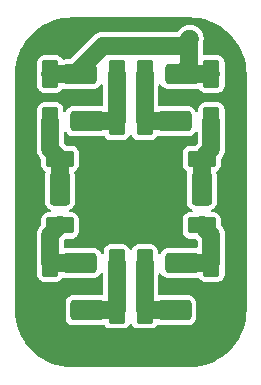
<source format=gtl>
%TF.GenerationSoftware,KiCad,Pcbnew,8.0.5*%
%TF.CreationDate,2024-10-02T17:58:00+08:00*%
%TF.ProjectId,LED_SMT_5730_5S2P_5W,4c45445f-534d-4545-9f35-3733305f3553,rev?*%
%TF.SameCoordinates,Original*%
%TF.FileFunction,Copper,L1,Top*%
%TF.FilePolarity,Positive*%
%FSLAX46Y46*%
G04 Gerber Fmt 4.6, Leading zero omitted, Abs format (unit mm)*
G04 Created by KiCad (PCBNEW 8.0.5) date 2024-10-02 17:58:00*
%MOMM*%
%LPD*%
G01*
G04 APERTURE LIST*
G04 Aperture macros list*
%AMRoundRect*
0 Rectangle with rounded corners*
0 $1 Rounding radius*
0 $2 $3 $4 $5 $6 $7 $8 $9 X,Y pos of 4 corners*
0 Add a 4 corners polygon primitive as box body*
4,1,4,$2,$3,$4,$5,$6,$7,$8,$9,$2,$3,0*
0 Add four circle primitives for the rounded corners*
1,1,$1+$1,$2,$3*
1,1,$1+$1,$4,$5*
1,1,$1+$1,$6,$7*
1,1,$1+$1,$8,$9*
0 Add four rect primitives between the rounded corners*
20,1,$1+$1,$2,$3,$4,$5,0*
20,1,$1+$1,$4,$5,$6,$7,0*
20,1,$1+$1,$6,$7,$8,$9,0*
20,1,$1+$1,$8,$9,$2,$3,0*%
G04 Aperture macros list end*
%TA.AperFunction,SMDPad,CuDef*%
%ADD10RoundRect,0.250000X0.450000X-0.950000X0.450000X0.950000X-0.450000X0.950000X-0.450000X-0.950000X0*%
%TD*%
%TA.AperFunction,SMDPad,CuDef*%
%ADD11RoundRect,0.250000X-0.450000X0.950000X-0.450000X-0.950000X0.450000X-0.950000X0.450000X0.950000X0*%
%TD*%
%TA.AperFunction,SMDPad,CuDef*%
%ADD12RoundRect,0.250000X1.150000X0.600000X-1.150000X0.600000X-1.150000X-0.600000X1.150000X-0.600000X0*%
%TD*%
%TA.AperFunction,SMDPad,CuDef*%
%ADD13RoundRect,0.250000X-1.150000X-0.600000X1.150000X-0.600000X1.150000X0.600000X-1.150000X0.600000X0*%
%TD*%
%TA.AperFunction,SMDPad,CuDef*%
%ADD14RoundRect,0.250000X0.950000X0.450000X-0.950000X0.450000X-0.950000X-0.450000X0.950000X-0.450000X0*%
%TD*%
%TA.AperFunction,SMDPad,CuDef*%
%ADD15RoundRect,0.250000X-0.950000X-0.450000X0.950000X-0.450000X0.950000X0.450000X-0.950000X0.450000X0*%
%TD*%
%TA.AperFunction,SMDPad,CuDef*%
%ADD16RoundRect,0.250000X-0.600000X1.150000X-0.600000X-1.150000X0.600000X-1.150000X0.600000X1.150000X0*%
%TD*%
%TA.AperFunction,ComponentPad*%
%ADD17C,5.600000*%
%TD*%
%TA.AperFunction,ComponentPad*%
%ADD18C,1.500000*%
%TD*%
%TA.AperFunction,ViaPad*%
%ADD19C,0.500000*%
%TD*%
%TA.AperFunction,Conductor*%
%ADD20C,1.500000*%
%TD*%
G04 APERTURE END LIST*
D10*
%TO.P,LED5,1,K*%
%TO.N,GND*%
X93180000Y-110000000D03*
D11*
%TO.P,LED5,2,A*%
%TO.N,Net-(LED4-K)*%
X98820000Y-110000000D03*
D12*
%TO.P,LED5,3,NC*%
X96300000Y-110000000D03*
%TD*%
D11*
%TO.P,LED4,1,K*%
%TO.N,Net-(LED4-K)*%
X98820000Y-106000000D03*
D10*
%TO.P,LED4,2,A*%
%TO.N,Net-(LED3-K)*%
X93180000Y-106000000D03*
D13*
%TO.P,LED4,3,NC*%
X95700000Y-106000000D03*
%TD*%
D14*
%TO.P,LED3,1,K*%
%TO.N,Net-(LED3-K)*%
X94000000Y-102820000D03*
D15*
%TO.P,LED3,2,A*%
%TO.N,Net-(LED2-K)*%
X94000000Y-97180000D03*
D16*
%TO.P,LED3,3,NC*%
X94000000Y-99700000D03*
%TD*%
D10*
%TO.P,LED2,1,K*%
%TO.N,Net-(LED2-K)*%
X93180000Y-94000000D03*
D11*
%TO.P,LED2,2,A*%
%TO.N,Net-(LED1-K)*%
X98820000Y-94000000D03*
D12*
%TO.P,LED2,3,NC*%
X96300000Y-94000000D03*
%TD*%
D11*
%TO.P,LED1,1,K*%
%TO.N,Net-(LED1-K)*%
X98820000Y-90000000D03*
D10*
%TO.P,LED1,2,A*%
%TO.N,VLED1*%
X93180000Y-90000000D03*
D13*
%TO.P,LED1,3,NC*%
X95700000Y-90000000D03*
%TD*%
D16*
%TO.P,LED8,3,NC*%
%TO.N,Net-(LED7-K)*%
X106000000Y-99700000D03*
D15*
%TO.P,LED8,2,A*%
X106000000Y-97180000D03*
D14*
%TO.P,LED8,1,K*%
%TO.N,Net-(LED8-K)*%
X106000000Y-102820000D03*
%TD*%
D12*
%TO.P,LED6,3,NC*%
%TO.N,VLED1*%
X104300000Y-90000000D03*
D11*
%TO.P,LED6,2,A*%
X106820000Y-90000000D03*
D10*
%TO.P,LED6,1,K*%
%TO.N,Net-(LED6-K)*%
X101180000Y-90000000D03*
%TD*%
D17*
%TO.P,H1,1,1*%
%TO.N,GND*%
X100000000Y-100000000D03*
%TD*%
D12*
%TO.P,LED9,3,NC*%
%TO.N,Net-(LED8-K)*%
X104300000Y-106000000D03*
D11*
%TO.P,LED9,2,A*%
X106820000Y-106000000D03*
D10*
%TO.P,LED9,1,K*%
%TO.N,Net-(LED10-A)*%
X101180000Y-106000000D03*
%TD*%
D13*
%TO.P,LED10,3,NC*%
%TO.N,Net-(LED10-A)*%
X103700000Y-110000000D03*
D10*
%TO.P,LED10,2,A*%
X101180000Y-110000000D03*
D11*
%TO.P,LED10,1,K*%
%TO.N,GND*%
X106820000Y-110000000D03*
%TD*%
D13*
%TO.P,LED7,3,NC*%
%TO.N,Net-(LED6-K)*%
X103700000Y-94000000D03*
D10*
%TO.P,LED7,2,A*%
X101180000Y-94000000D03*
D11*
%TO.P,LED7,1,K*%
%TO.N,Net-(LED7-K)*%
X106820000Y-94000000D03*
%TD*%
D18*
%TO.P,,1,1*%
%TO.N,VLED1*%
X105000000Y-87000000D03*
%TD*%
%TO.P,,1,1*%
%TO.N,GND*%
X95000000Y-87000000D03*
%TD*%
D19*
%TO.N,GND*%
X102740000Y-108000000D03*
X97100000Y-108140000D03*
X90990000Y-101800000D03*
X90990000Y-109420000D03*
X104460000Y-95780000D03*
X108780000Y-98390000D03*
X90990000Y-90370000D03*
X97530000Y-113290000D03*
X95460000Y-104360000D03*
X108780000Y-94580000D03*
X102830000Y-92060000D03*
X108780000Y-106010000D03*
X93720000Y-113290000D03*
X90990000Y-97990000D03*
X90990000Y-94180000D03*
X97040000Y-91980000D03*
X90990000Y-105610000D03*
X101340000Y-113290000D03*
X104090000Y-104290000D03*
X108780000Y-109820000D03*
X108780000Y-102200000D03*
X105150000Y-113290000D03*
X108780000Y-90770000D03*
X95230000Y-95770000D03*
%TD*%
D20*
%TO.N,VLED1*%
X104960000Y-87040000D02*
X105000000Y-87000000D01*
X104960000Y-89340000D02*
X104960000Y-87040000D01*
X104300000Y-90000000D02*
X104960000Y-89340000D01*
X104410000Y-87590000D02*
X105000000Y-87000000D01*
X97650000Y-87590000D02*
X104410000Y-87590000D01*
X95700000Y-89540000D02*
X97650000Y-87590000D01*
X95700000Y-90000000D02*
X95700000Y-89540000D01*
%TO.N,GND*%
X105830000Y-112270000D02*
X106820000Y-111280000D01*
X94250000Y-112270000D02*
X105830000Y-112270000D01*
X106820000Y-111280000D02*
X106820000Y-110000000D01*
X93180000Y-111200000D02*
X94250000Y-112270000D01*
X93180000Y-110000000D02*
X93180000Y-111200000D01*
%TO.N,Net-(LED2-K)*%
X93180000Y-96360000D02*
X94000000Y-97180000D01*
X93180000Y-94000000D02*
X93180000Y-96360000D01*
X94000000Y-99700000D02*
X94000000Y-97180000D01*
%TO.N,Net-(LED3-K)*%
X93180000Y-106000000D02*
X93180000Y-103640000D01*
X93180000Y-103640000D02*
X94000000Y-102820000D01*
X95700000Y-106000000D02*
X93180000Y-106000000D01*
%TO.N,Net-(LED4-K)*%
X96300000Y-110000000D02*
X98820000Y-110000000D01*
X98820000Y-106000000D02*
X98820000Y-110000000D01*
%TO.N,Net-(LED10-A)*%
X103700000Y-110000000D02*
X101180000Y-110000000D01*
X101180000Y-106000000D02*
X101180000Y-110000000D01*
%TO.N,Net-(LED8-K)*%
X104300000Y-106000000D02*
X106820000Y-106000000D01*
X106820000Y-103640000D02*
X106000000Y-102820000D01*
X106820000Y-106000000D02*
X106820000Y-103640000D01*
%TO.N,Net-(LED7-K)*%
X106000000Y-97180000D02*
X106000000Y-99700000D01*
X106820000Y-96360000D02*
X106000000Y-97180000D01*
X106820000Y-94000000D02*
X106820000Y-96360000D01*
%TO.N,VLED1*%
X106820000Y-90000000D02*
X104300000Y-90000000D01*
%TO.N,Net-(LED6-K)*%
X101180000Y-94000000D02*
X103700000Y-94000000D01*
X101180000Y-90000000D02*
X101180000Y-94000000D01*
%TO.N,Net-(LED1-K)*%
X98820000Y-94000000D02*
X98820000Y-90000000D01*
X96300000Y-94000000D02*
X98820000Y-94000000D01*
%TO.N,VLED1*%
X95700000Y-90000000D02*
X93180000Y-90000000D01*
%TD*%
%TA.AperFunction,Conductor*%
%TO.N,GND*%
G36*
X105614098Y-94886553D02*
G01*
X105653473Y-94944272D01*
X105659500Y-94982461D01*
X105659500Y-95827942D01*
X105639815Y-95894981D01*
X105623181Y-95915623D01*
X105505623Y-96033181D01*
X105444300Y-96066666D01*
X105417942Y-96069500D01*
X104996611Y-96069500D01*
X104930073Y-96075546D01*
X104930066Y-96075548D01*
X104776933Y-96123265D01*
X104776929Y-96123267D01*
X104639670Y-96206242D01*
X104639665Y-96206246D01*
X104526246Y-96319665D01*
X104526242Y-96319670D01*
X104443267Y-96456929D01*
X104443265Y-96456933D01*
X104395548Y-96610065D01*
X104389500Y-96676621D01*
X104389500Y-97683388D01*
X104395546Y-97749926D01*
X104395548Y-97749933D01*
X104443265Y-97903066D01*
X104443267Y-97903070D01*
X104526242Y-98040329D01*
X104526246Y-98040334D01*
X104639665Y-98153753D01*
X104639670Y-98153757D01*
X104718080Y-98201157D01*
X104765268Y-98252684D01*
X104777107Y-98321544D01*
X104772318Y-98344157D01*
X104748158Y-98421690D01*
X104745547Y-98430070D01*
X104739500Y-98496621D01*
X104739500Y-100903388D01*
X104745546Y-100969926D01*
X104745548Y-100969933D01*
X104793265Y-101123066D01*
X104793267Y-101123070D01*
X104876242Y-101260329D01*
X104876246Y-101260334D01*
X104989665Y-101373753D01*
X104989670Y-101373757D01*
X105087390Y-101432829D01*
X105126931Y-101456733D01*
X105160248Y-101467115D01*
X105218396Y-101505851D01*
X105246371Y-101569875D01*
X105235290Y-101638861D01*
X105188672Y-101690905D01*
X105123360Y-101709500D01*
X104996611Y-101709500D01*
X104930073Y-101715546D01*
X104930066Y-101715548D01*
X104776933Y-101763265D01*
X104776929Y-101763267D01*
X104639670Y-101846242D01*
X104639665Y-101846246D01*
X104526246Y-101959665D01*
X104526242Y-101959670D01*
X104443267Y-102096929D01*
X104443265Y-102096933D01*
X104395548Y-102250065D01*
X104389500Y-102316621D01*
X104389500Y-103323388D01*
X104395546Y-103389926D01*
X104395548Y-103389933D01*
X104443265Y-103543066D01*
X104443267Y-103543070D01*
X104526242Y-103680329D01*
X104526246Y-103680334D01*
X104639665Y-103793753D01*
X104639670Y-103793757D01*
X104776929Y-103876732D01*
X104776933Y-103876734D01*
X104831100Y-103893612D01*
X104930067Y-103924452D01*
X104996619Y-103930500D01*
X105417942Y-103930499D01*
X105484981Y-103950183D01*
X105505623Y-103966818D01*
X105623181Y-104084376D01*
X105656666Y-104145699D01*
X105659500Y-104172057D01*
X105659500Y-104617908D01*
X105639815Y-104684947D01*
X105587011Y-104730702D01*
X105524279Y-104741399D01*
X105515444Y-104740596D01*
X105503381Y-104739500D01*
X105503379Y-104739500D01*
X103096611Y-104739500D01*
X103030073Y-104745546D01*
X103030066Y-104745548D01*
X102876933Y-104793265D01*
X102876929Y-104793267D01*
X102739670Y-104876242D01*
X102739665Y-104876246D01*
X102626246Y-104989665D01*
X102626242Y-104989670D01*
X102543267Y-105126929D01*
X102543265Y-105126933D01*
X102532884Y-105160250D01*
X102494147Y-105218398D01*
X102430122Y-105246372D01*
X102361136Y-105235290D01*
X102309093Y-105188672D01*
X102290499Y-105123360D01*
X102290499Y-104996611D01*
X102284453Y-104930073D01*
X102284452Y-104930070D01*
X102284452Y-104930067D01*
X102250471Y-104821017D01*
X102236734Y-104776933D01*
X102236732Y-104776929D01*
X102153757Y-104639670D01*
X102153753Y-104639665D01*
X102040334Y-104526246D01*
X102040329Y-104526242D01*
X101903070Y-104443267D01*
X101903066Y-104443265D01*
X101749933Y-104395548D01*
X101749935Y-104395548D01*
X101723312Y-104393128D01*
X101683381Y-104389500D01*
X101683378Y-104389500D01*
X100676611Y-104389500D01*
X100610073Y-104395546D01*
X100610066Y-104395548D01*
X100456933Y-104443265D01*
X100456929Y-104443267D01*
X100319670Y-104526242D01*
X100319665Y-104526246D01*
X100206246Y-104639665D01*
X100206242Y-104639670D01*
X100123267Y-104776929D01*
X100123266Y-104776931D01*
X100118385Y-104792597D01*
X100079647Y-104850745D01*
X100015622Y-104878718D01*
X99946637Y-104867636D01*
X99894594Y-104821017D01*
X99881615Y-104792597D01*
X99876733Y-104776931D01*
X99876732Y-104776929D01*
X99793757Y-104639670D01*
X99793753Y-104639665D01*
X99680334Y-104526246D01*
X99680329Y-104526242D01*
X99543070Y-104443267D01*
X99543066Y-104443265D01*
X99389933Y-104395548D01*
X99389935Y-104395548D01*
X99363312Y-104393128D01*
X99323381Y-104389500D01*
X99323378Y-104389500D01*
X98316611Y-104389500D01*
X98250073Y-104395546D01*
X98250066Y-104395548D01*
X98096933Y-104443265D01*
X98096929Y-104443267D01*
X97959670Y-104526242D01*
X97959665Y-104526246D01*
X97846246Y-104639665D01*
X97846242Y-104639670D01*
X97763267Y-104776929D01*
X97763265Y-104776933D01*
X97715548Y-104930065D01*
X97715548Y-104930066D01*
X97715548Y-104930067D01*
X97710132Y-104989670D01*
X97709500Y-104996621D01*
X97709500Y-105123356D01*
X97689815Y-105190395D01*
X97637011Y-105236150D01*
X97567853Y-105246094D01*
X97504297Y-105217069D01*
X97467115Y-105160247D01*
X97456733Y-105126931D01*
X97456732Y-105126929D01*
X97373757Y-104989670D01*
X97373753Y-104989665D01*
X97260334Y-104876246D01*
X97260329Y-104876242D01*
X97123070Y-104793267D01*
X97123066Y-104793265D01*
X96969933Y-104745548D01*
X96969935Y-104745548D01*
X96943312Y-104743128D01*
X96903381Y-104739500D01*
X96903378Y-104739500D01*
X94496610Y-104739500D01*
X94475720Y-104741399D01*
X94407174Y-104727861D01*
X94356829Y-104679414D01*
X94340500Y-104617908D01*
X94340500Y-104172056D01*
X94360185Y-104105017D01*
X94376815Y-104084379D01*
X94494376Y-103966817D01*
X94555699Y-103933333D01*
X94582057Y-103930499D01*
X95003388Y-103930499D01*
X95069926Y-103924453D01*
X95069927Y-103924452D01*
X95069933Y-103924452D01*
X95223069Y-103876733D01*
X95293717Y-103834024D01*
X95360329Y-103793757D01*
X95360330Y-103793755D01*
X95360335Y-103793753D01*
X95473753Y-103680335D01*
X95556733Y-103543069D01*
X95604452Y-103389933D01*
X95610500Y-103323381D01*
X95610499Y-102316620D01*
X95610499Y-102316619D01*
X95610499Y-102316611D01*
X95604453Y-102250073D01*
X95604452Y-102250070D01*
X95604452Y-102250067D01*
X95556733Y-102096931D01*
X95556732Y-102096929D01*
X95473757Y-101959670D01*
X95473753Y-101959665D01*
X95360334Y-101846246D01*
X95360329Y-101846242D01*
X95223070Y-101763267D01*
X95223066Y-101763265D01*
X95069933Y-101715548D01*
X95069935Y-101715548D01*
X95043312Y-101713128D01*
X95003381Y-101709500D01*
X95003378Y-101709500D01*
X94876643Y-101709500D01*
X94809604Y-101689815D01*
X94763849Y-101637011D01*
X94753905Y-101567853D01*
X94782930Y-101504297D01*
X94839751Y-101467115D01*
X94873069Y-101456733D01*
X94966353Y-101400340D01*
X95010329Y-101373757D01*
X95010330Y-101373755D01*
X95010335Y-101373753D01*
X95123753Y-101260335D01*
X95206733Y-101123069D01*
X95254452Y-100969933D01*
X95260500Y-100903381D01*
X95260499Y-98496620D01*
X95260499Y-98496619D01*
X95260499Y-98496611D01*
X95254453Y-98430073D01*
X95254452Y-98430069D01*
X95254452Y-98430067D01*
X95227682Y-98344161D01*
X95226531Y-98274305D01*
X95263332Y-98214912D01*
X95281911Y-98201161D01*
X95360335Y-98153753D01*
X95473753Y-98040335D01*
X95556733Y-97903069D01*
X95604452Y-97749933D01*
X95610500Y-97683381D01*
X95610499Y-96676620D01*
X95610499Y-96676619D01*
X95610499Y-96676611D01*
X95604453Y-96610073D01*
X95604452Y-96610070D01*
X95604452Y-96610067D01*
X95556733Y-96456931D01*
X95553349Y-96451333D01*
X95473757Y-96319670D01*
X95473753Y-96319665D01*
X95360334Y-96206246D01*
X95360329Y-96206242D01*
X95223070Y-96123267D01*
X95223066Y-96123265D01*
X95069933Y-96075548D01*
X95069935Y-96075548D01*
X95043312Y-96073128D01*
X95003381Y-96069500D01*
X95003378Y-96069500D01*
X94582057Y-96069500D01*
X94515018Y-96049815D01*
X94494376Y-96033181D01*
X94376819Y-95915624D01*
X94343334Y-95854301D01*
X94340500Y-95827943D01*
X94340500Y-94982461D01*
X94360185Y-94915422D01*
X94412989Y-94869667D01*
X94482147Y-94859723D01*
X94545703Y-94888748D01*
X94570617Y-94918312D01*
X94626243Y-95010330D01*
X94626246Y-95010334D01*
X94739665Y-95123753D01*
X94739670Y-95123757D01*
X94876929Y-95206732D01*
X94876933Y-95206734D01*
X94928787Y-95222892D01*
X95030067Y-95254452D01*
X95096619Y-95260500D01*
X97503380Y-95260499D01*
X97503388Y-95260499D01*
X97569926Y-95254453D01*
X97569928Y-95254452D01*
X97569933Y-95254452D01*
X97655838Y-95227682D01*
X97725694Y-95226531D01*
X97785087Y-95263331D01*
X97798842Y-95281918D01*
X97846245Y-95360333D01*
X97959665Y-95473753D01*
X97959670Y-95473757D01*
X98096929Y-95556732D01*
X98096933Y-95556734D01*
X98151100Y-95573612D01*
X98250067Y-95604452D01*
X98316619Y-95610500D01*
X99323380Y-95610499D01*
X99323388Y-95610499D01*
X99389926Y-95604453D01*
X99389927Y-95604452D01*
X99389933Y-95604452D01*
X99543069Y-95556733D01*
X99613717Y-95514024D01*
X99680329Y-95473757D01*
X99680330Y-95473755D01*
X99680335Y-95473753D01*
X99793753Y-95360335D01*
X99876733Y-95223069D01*
X99881615Y-95207400D01*
X99920352Y-95149255D01*
X99984377Y-95121281D01*
X100053362Y-95132362D01*
X100105405Y-95178981D01*
X100118383Y-95207398D01*
X100123212Y-95222892D01*
X100123268Y-95223071D01*
X100206242Y-95360329D01*
X100206246Y-95360334D01*
X100319665Y-95473753D01*
X100319670Y-95473757D01*
X100456929Y-95556732D01*
X100456933Y-95556734D01*
X100511100Y-95573612D01*
X100610067Y-95604452D01*
X100676619Y-95610500D01*
X101683380Y-95610499D01*
X101683388Y-95610499D01*
X101749926Y-95604453D01*
X101749927Y-95604452D01*
X101749933Y-95604452D01*
X101903069Y-95556733D01*
X101973717Y-95514024D01*
X102040329Y-95473757D01*
X102040330Y-95473755D01*
X102040335Y-95473753D01*
X102153753Y-95360335D01*
X102201158Y-95281916D01*
X102252684Y-95234731D01*
X102321543Y-95222892D01*
X102344155Y-95227681D01*
X102430067Y-95254452D01*
X102496619Y-95260500D01*
X104903380Y-95260499D01*
X104903388Y-95260499D01*
X104969926Y-95254453D01*
X104969927Y-95254452D01*
X104969933Y-95254452D01*
X105123069Y-95206733D01*
X105193717Y-95164024D01*
X105260329Y-95123757D01*
X105260330Y-95123755D01*
X105260335Y-95123753D01*
X105373753Y-95010335D01*
X105390603Y-94982461D01*
X105429383Y-94918312D01*
X105480910Y-94871124D01*
X105549769Y-94859285D01*
X105614098Y-94886553D01*
G37*
%TD.AperFunction*%
%TA.AperFunction,Conductor*%
G36*
X105002702Y-85200617D02*
G01*
X105412917Y-85218528D01*
X105423654Y-85219468D01*
X105828057Y-85272708D01*
X105838695Y-85274583D01*
X106236925Y-85362869D01*
X106247365Y-85365667D01*
X106636363Y-85488317D01*
X106646524Y-85492015D01*
X107023363Y-85648108D01*
X107033155Y-85652674D01*
X107394965Y-85841020D01*
X107404305Y-85846413D01*
X107701746Y-86035904D01*
X107748309Y-86065568D01*
X107757170Y-86071772D01*
X108080766Y-86320076D01*
X108089053Y-86327030D01*
X108389767Y-86602583D01*
X108397416Y-86610232D01*
X108672969Y-86910946D01*
X108679923Y-86919233D01*
X108928227Y-87242829D01*
X108934431Y-87251690D01*
X109153578Y-87595680D01*
X109158987Y-87605048D01*
X109347322Y-87966838D01*
X109351894Y-87976642D01*
X109507983Y-88353473D01*
X109511683Y-88363639D01*
X109634331Y-88752630D01*
X109637131Y-88763078D01*
X109725414Y-89161296D01*
X109727292Y-89171950D01*
X109780529Y-89576326D01*
X109781472Y-89587102D01*
X109799382Y-89997297D01*
X109799500Y-90002706D01*
X109799500Y-109997293D01*
X109799382Y-110002702D01*
X109781472Y-110412897D01*
X109780529Y-110423673D01*
X109727292Y-110828049D01*
X109725414Y-110838703D01*
X109637131Y-111236921D01*
X109634331Y-111247369D01*
X109511683Y-111636360D01*
X109507983Y-111646526D01*
X109351894Y-112023357D01*
X109347322Y-112033161D01*
X109158987Y-112394951D01*
X109153578Y-112404319D01*
X108934431Y-112748309D01*
X108928227Y-112757170D01*
X108679923Y-113080766D01*
X108672969Y-113089053D01*
X108397416Y-113389767D01*
X108389767Y-113397416D01*
X108089053Y-113672969D01*
X108080766Y-113679923D01*
X107757170Y-113928227D01*
X107748309Y-113934431D01*
X107404319Y-114153578D01*
X107394951Y-114158987D01*
X107033161Y-114347322D01*
X107023357Y-114351894D01*
X106646526Y-114507983D01*
X106636360Y-114511683D01*
X106247369Y-114634331D01*
X106236921Y-114637131D01*
X105838703Y-114725414D01*
X105828049Y-114727292D01*
X105423673Y-114780529D01*
X105412897Y-114781472D01*
X105002703Y-114799382D01*
X104997294Y-114799500D01*
X95002706Y-114799500D01*
X94997297Y-114799382D01*
X94587102Y-114781472D01*
X94576326Y-114780529D01*
X94171950Y-114727292D01*
X94161296Y-114725414D01*
X93763078Y-114637131D01*
X93752630Y-114634331D01*
X93363639Y-114511683D01*
X93353473Y-114507983D01*
X92976642Y-114351894D01*
X92966838Y-114347322D01*
X92847126Y-114285004D01*
X92605042Y-114158983D01*
X92595686Y-114153582D01*
X92423685Y-114044004D01*
X92251690Y-113934431D01*
X92242829Y-113928227D01*
X91919233Y-113679923D01*
X91910946Y-113672969D01*
X91610232Y-113397416D01*
X91602583Y-113389767D01*
X91327030Y-113089053D01*
X91320076Y-113080766D01*
X91071772Y-112757170D01*
X91065568Y-112748309D01*
X91012070Y-112664334D01*
X90846413Y-112404305D01*
X90841020Y-112394965D01*
X90652674Y-112033155D01*
X90648105Y-112023357D01*
X90492016Y-111646526D01*
X90488316Y-111636360D01*
X90480162Y-111610500D01*
X90365667Y-111247365D01*
X90362868Y-111236921D01*
X90274583Y-110838695D01*
X90272707Y-110828049D01*
X90219468Y-110423654D01*
X90218528Y-110412917D01*
X90200618Y-110002702D01*
X90200500Y-109997293D01*
X90200500Y-90002706D01*
X90200618Y-89997297D01*
X90204488Y-89908667D01*
X92019500Y-89908667D01*
X92019500Y-90091332D01*
X92048075Y-90271749D01*
X92048076Y-90271751D01*
X92063431Y-90319009D01*
X92069500Y-90357327D01*
X92069500Y-91003388D01*
X92075546Y-91069926D01*
X92075548Y-91069933D01*
X92123265Y-91223066D01*
X92123267Y-91223070D01*
X92206242Y-91360329D01*
X92206246Y-91360334D01*
X92319665Y-91473753D01*
X92319670Y-91473757D01*
X92456929Y-91556732D01*
X92456933Y-91556734D01*
X92511100Y-91573612D01*
X92610067Y-91604452D01*
X92676619Y-91610500D01*
X93683380Y-91610499D01*
X93683388Y-91610499D01*
X93749926Y-91604453D01*
X93749927Y-91604452D01*
X93749933Y-91604452D01*
X93903069Y-91556733D01*
X93973717Y-91514024D01*
X94040329Y-91473757D01*
X94040330Y-91473755D01*
X94040335Y-91473753D01*
X94153753Y-91360335D01*
X94201158Y-91281916D01*
X94252684Y-91234731D01*
X94321543Y-91222892D01*
X94344155Y-91227681D01*
X94430067Y-91254452D01*
X94496619Y-91260500D01*
X96903380Y-91260499D01*
X96903388Y-91260499D01*
X96969926Y-91254453D01*
X96969927Y-91254452D01*
X96969933Y-91254452D01*
X97123069Y-91206733D01*
X97193717Y-91164024D01*
X97260329Y-91123757D01*
X97260330Y-91123755D01*
X97260335Y-91123753D01*
X97373753Y-91010335D01*
X97390603Y-90982461D01*
X97429383Y-90918312D01*
X97480910Y-90871124D01*
X97549769Y-90859285D01*
X97614098Y-90886553D01*
X97653473Y-90944272D01*
X97659500Y-90982461D01*
X97659500Y-92617908D01*
X97639815Y-92684947D01*
X97587011Y-92730702D01*
X97524279Y-92741399D01*
X97515444Y-92740596D01*
X97503381Y-92739500D01*
X97503379Y-92739500D01*
X95096611Y-92739500D01*
X95030073Y-92745546D01*
X95030066Y-92745548D01*
X94876933Y-92793265D01*
X94876929Y-92793267D01*
X94739670Y-92876242D01*
X94739665Y-92876246D01*
X94626246Y-92989665D01*
X94626242Y-92989670D01*
X94543267Y-93126929D01*
X94543265Y-93126933D01*
X94532884Y-93160250D01*
X94494147Y-93218398D01*
X94430122Y-93246372D01*
X94361136Y-93235290D01*
X94309093Y-93188672D01*
X94290499Y-93123360D01*
X94290499Y-92996611D01*
X94284453Y-92930073D01*
X94284452Y-92930070D01*
X94284452Y-92930067D01*
X94253612Y-92831100D01*
X94236734Y-92776933D01*
X94236732Y-92776929D01*
X94153757Y-92639670D01*
X94153753Y-92639665D01*
X94040334Y-92526246D01*
X94040329Y-92526242D01*
X93903070Y-92443267D01*
X93903066Y-92443265D01*
X93749933Y-92395548D01*
X93749935Y-92395548D01*
X93723312Y-92393128D01*
X93683381Y-92389500D01*
X93683378Y-92389500D01*
X92676611Y-92389500D01*
X92610073Y-92395546D01*
X92610066Y-92395548D01*
X92456933Y-92443265D01*
X92456929Y-92443267D01*
X92319670Y-92526242D01*
X92319665Y-92526246D01*
X92206246Y-92639665D01*
X92206242Y-92639670D01*
X92123267Y-92776929D01*
X92123265Y-92776933D01*
X92075548Y-92930065D01*
X92075548Y-92930066D01*
X92075548Y-92930067D01*
X92070132Y-92989670D01*
X92069500Y-92996621D01*
X92069500Y-93642672D01*
X92063431Y-93680990D01*
X92048076Y-93728247D01*
X92019500Y-93908667D01*
X92019500Y-96451332D01*
X92038575Y-96571766D01*
X92048075Y-96631747D01*
X92048075Y-96631748D01*
X92048076Y-96631751D01*
X92062654Y-96676619D01*
X92104524Y-96805479D01*
X92187451Y-96968232D01*
X92187452Y-96968234D01*
X92294816Y-97116011D01*
X92353181Y-97174376D01*
X92386666Y-97235699D01*
X92389500Y-97262057D01*
X92389500Y-97683388D01*
X92395546Y-97749926D01*
X92395548Y-97749933D01*
X92443265Y-97903066D01*
X92443267Y-97903070D01*
X92526242Y-98040329D01*
X92526246Y-98040334D01*
X92639665Y-98153753D01*
X92639670Y-98153757D01*
X92718080Y-98201157D01*
X92765268Y-98252684D01*
X92777107Y-98321544D01*
X92772318Y-98344157D01*
X92748158Y-98421690D01*
X92745547Y-98430070D01*
X92739500Y-98496621D01*
X92739500Y-100903388D01*
X92745546Y-100969926D01*
X92745548Y-100969933D01*
X92793265Y-101123066D01*
X92793267Y-101123070D01*
X92876242Y-101260329D01*
X92876246Y-101260334D01*
X92989665Y-101373753D01*
X92989670Y-101373757D01*
X93087390Y-101432829D01*
X93126931Y-101456733D01*
X93160248Y-101467115D01*
X93218396Y-101505851D01*
X93246371Y-101569875D01*
X93235290Y-101638861D01*
X93188672Y-101690905D01*
X93123360Y-101709500D01*
X92996611Y-101709500D01*
X92930073Y-101715546D01*
X92930066Y-101715548D01*
X92776933Y-101763265D01*
X92776929Y-101763267D01*
X92639670Y-101846242D01*
X92639665Y-101846246D01*
X92526246Y-101959665D01*
X92526242Y-101959670D01*
X92443267Y-102096929D01*
X92443265Y-102096933D01*
X92395548Y-102250065D01*
X92389500Y-102316621D01*
X92389500Y-102737941D01*
X92369815Y-102804980D01*
X92353182Y-102825622D01*
X92294822Y-102883982D01*
X92187450Y-103031769D01*
X92104524Y-103194520D01*
X92048075Y-103368251D01*
X92048075Y-103368252D01*
X92019500Y-103548667D01*
X92019500Y-106091332D01*
X92048075Y-106271749D01*
X92048076Y-106271751D01*
X92063431Y-106319009D01*
X92069500Y-106357327D01*
X92069500Y-107003388D01*
X92075546Y-107069926D01*
X92075548Y-107069933D01*
X92123265Y-107223066D01*
X92123267Y-107223070D01*
X92206242Y-107360329D01*
X92206246Y-107360334D01*
X92319665Y-107473753D01*
X92319670Y-107473757D01*
X92456929Y-107556732D01*
X92456933Y-107556734D01*
X92511100Y-107573612D01*
X92610067Y-107604452D01*
X92676619Y-107610500D01*
X93683380Y-107610499D01*
X93683388Y-107610499D01*
X93749926Y-107604453D01*
X93749927Y-107604452D01*
X93749933Y-107604452D01*
X93903069Y-107556733D01*
X93973717Y-107514024D01*
X94040329Y-107473757D01*
X94040330Y-107473755D01*
X94040335Y-107473753D01*
X94153753Y-107360335D01*
X94201158Y-107281916D01*
X94252684Y-107234731D01*
X94321543Y-107222892D01*
X94344155Y-107227681D01*
X94430067Y-107254452D01*
X94496619Y-107260500D01*
X96903380Y-107260499D01*
X96903388Y-107260499D01*
X96969926Y-107254453D01*
X96969927Y-107254452D01*
X96969933Y-107254452D01*
X97123069Y-107206733D01*
X97193717Y-107164024D01*
X97260329Y-107123757D01*
X97260330Y-107123755D01*
X97260335Y-107123753D01*
X97373753Y-107010335D01*
X97390603Y-106982461D01*
X97429383Y-106918312D01*
X97480910Y-106871124D01*
X97549769Y-106859285D01*
X97614098Y-106886553D01*
X97653473Y-106944272D01*
X97659500Y-106982461D01*
X97659500Y-108617908D01*
X97639815Y-108684947D01*
X97587011Y-108730702D01*
X97524279Y-108741399D01*
X97515444Y-108740596D01*
X97503381Y-108739500D01*
X97503379Y-108739500D01*
X95096611Y-108739500D01*
X95030073Y-108745546D01*
X95030066Y-108745548D01*
X94876933Y-108793265D01*
X94876929Y-108793267D01*
X94739670Y-108876242D01*
X94739665Y-108876246D01*
X94626246Y-108989665D01*
X94626242Y-108989670D01*
X94543267Y-109126929D01*
X94543265Y-109126933D01*
X94495548Y-109280065D01*
X94489500Y-109346621D01*
X94489500Y-110653388D01*
X94495546Y-110719926D01*
X94495548Y-110719933D01*
X94543265Y-110873066D01*
X94543267Y-110873070D01*
X94626242Y-111010329D01*
X94626246Y-111010334D01*
X94739665Y-111123753D01*
X94739670Y-111123757D01*
X94876929Y-111206732D01*
X94876933Y-111206734D01*
X94928787Y-111222892D01*
X95030067Y-111254452D01*
X95096619Y-111260500D01*
X97503380Y-111260499D01*
X97503388Y-111260499D01*
X97569926Y-111254453D01*
X97569928Y-111254452D01*
X97569933Y-111254452D01*
X97655838Y-111227682D01*
X97725694Y-111226531D01*
X97785087Y-111263331D01*
X97798842Y-111281918D01*
X97846245Y-111360333D01*
X97959665Y-111473753D01*
X97959670Y-111473757D01*
X98096929Y-111556732D01*
X98096933Y-111556734D01*
X98151100Y-111573612D01*
X98250067Y-111604452D01*
X98316619Y-111610500D01*
X99323380Y-111610499D01*
X99323388Y-111610499D01*
X99389926Y-111604453D01*
X99389927Y-111604452D01*
X99389933Y-111604452D01*
X99543069Y-111556733D01*
X99613717Y-111514024D01*
X99680329Y-111473757D01*
X99680330Y-111473755D01*
X99680335Y-111473753D01*
X99793753Y-111360335D01*
X99876733Y-111223069D01*
X99881615Y-111207400D01*
X99920352Y-111149255D01*
X99984377Y-111121281D01*
X100053362Y-111132362D01*
X100105405Y-111178981D01*
X100118383Y-111207398D01*
X100123212Y-111222892D01*
X100123268Y-111223071D01*
X100206242Y-111360329D01*
X100206246Y-111360334D01*
X100319665Y-111473753D01*
X100319670Y-111473757D01*
X100456929Y-111556732D01*
X100456933Y-111556734D01*
X100511100Y-111573612D01*
X100610067Y-111604452D01*
X100676619Y-111610500D01*
X101683380Y-111610499D01*
X101683388Y-111610499D01*
X101749926Y-111604453D01*
X101749927Y-111604452D01*
X101749933Y-111604452D01*
X101903069Y-111556733D01*
X101973717Y-111514024D01*
X102040329Y-111473757D01*
X102040330Y-111473755D01*
X102040335Y-111473753D01*
X102153753Y-111360335D01*
X102201158Y-111281916D01*
X102252684Y-111234731D01*
X102321543Y-111222892D01*
X102344155Y-111227681D01*
X102430067Y-111254452D01*
X102496619Y-111260500D01*
X104903380Y-111260499D01*
X104903388Y-111260499D01*
X104969926Y-111254453D01*
X104969927Y-111254452D01*
X104969933Y-111254452D01*
X105123069Y-111206733D01*
X105193717Y-111164024D01*
X105260329Y-111123757D01*
X105260330Y-111123755D01*
X105260335Y-111123753D01*
X105373753Y-111010335D01*
X105377958Y-111003380D01*
X105456732Y-110873070D01*
X105456733Y-110873069D01*
X105504452Y-110719933D01*
X105510500Y-110653381D01*
X105510499Y-109346620D01*
X105510499Y-109346619D01*
X105510499Y-109346611D01*
X105504453Y-109280073D01*
X105504452Y-109280070D01*
X105504452Y-109280067D01*
X105456733Y-109126931D01*
X105456732Y-109126929D01*
X105373757Y-108989670D01*
X105373753Y-108989665D01*
X105260334Y-108876246D01*
X105260329Y-108876242D01*
X105123070Y-108793267D01*
X105123066Y-108793265D01*
X104969933Y-108745548D01*
X104969935Y-108745548D01*
X104943312Y-108743128D01*
X104903381Y-108739500D01*
X104903378Y-108739500D01*
X102496610Y-108739500D01*
X102475720Y-108741399D01*
X102407174Y-108727861D01*
X102356829Y-108679414D01*
X102340500Y-108617908D01*
X102340500Y-106982461D01*
X102360185Y-106915422D01*
X102412989Y-106869667D01*
X102482147Y-106859723D01*
X102545703Y-106888748D01*
X102570617Y-106918312D01*
X102626243Y-107010330D01*
X102626246Y-107010334D01*
X102739665Y-107123753D01*
X102739670Y-107123757D01*
X102876929Y-107206732D01*
X102876933Y-107206734D01*
X102928787Y-107222892D01*
X103030067Y-107254452D01*
X103096619Y-107260500D01*
X105503380Y-107260499D01*
X105503388Y-107260499D01*
X105569926Y-107254453D01*
X105569928Y-107254452D01*
X105569933Y-107254452D01*
X105655838Y-107227682D01*
X105725694Y-107226531D01*
X105785087Y-107263331D01*
X105798842Y-107281918D01*
X105846245Y-107360333D01*
X105959665Y-107473753D01*
X105959670Y-107473757D01*
X106096929Y-107556732D01*
X106096933Y-107556734D01*
X106151100Y-107573612D01*
X106250067Y-107604452D01*
X106316619Y-107610500D01*
X107323380Y-107610499D01*
X107323388Y-107610499D01*
X107389926Y-107604453D01*
X107389927Y-107604452D01*
X107389933Y-107604452D01*
X107543069Y-107556733D01*
X107613717Y-107514024D01*
X107680329Y-107473757D01*
X107680330Y-107473755D01*
X107680335Y-107473753D01*
X107793753Y-107360335D01*
X107876733Y-107223069D01*
X107924452Y-107069933D01*
X107930500Y-107003381D01*
X107930499Y-106357327D01*
X107936568Y-106319009D01*
X107951924Y-106271751D01*
X107980500Y-106091333D01*
X107980500Y-103548667D01*
X107951924Y-103368249D01*
X107895477Y-103194523D01*
X107812548Y-103031766D01*
X107785706Y-102994820D01*
X107705183Y-102883988D01*
X107646818Y-102825623D01*
X107613333Y-102764300D01*
X107610499Y-102737942D01*
X107610499Y-102316611D01*
X107604453Y-102250073D01*
X107604452Y-102250070D01*
X107604452Y-102250067D01*
X107556733Y-102096931D01*
X107556732Y-102096929D01*
X107473757Y-101959670D01*
X107473753Y-101959665D01*
X107360334Y-101846246D01*
X107360329Y-101846242D01*
X107223070Y-101763267D01*
X107223066Y-101763265D01*
X107069933Y-101715548D01*
X107069935Y-101715548D01*
X107043312Y-101713128D01*
X107003381Y-101709500D01*
X107003378Y-101709500D01*
X106876643Y-101709500D01*
X106809604Y-101689815D01*
X106763849Y-101637011D01*
X106753905Y-101567853D01*
X106782930Y-101504297D01*
X106839751Y-101467115D01*
X106873069Y-101456733D01*
X106966353Y-101400340D01*
X107010329Y-101373757D01*
X107010330Y-101373755D01*
X107010335Y-101373753D01*
X107123753Y-101260335D01*
X107206733Y-101123069D01*
X107254452Y-100969933D01*
X107260500Y-100903381D01*
X107260499Y-98496620D01*
X107260499Y-98496619D01*
X107260499Y-98496611D01*
X107254453Y-98430073D01*
X107254452Y-98430069D01*
X107254452Y-98430067D01*
X107227682Y-98344161D01*
X107226531Y-98274305D01*
X107263332Y-98214912D01*
X107281911Y-98201161D01*
X107360335Y-98153753D01*
X107473753Y-98040335D01*
X107556733Y-97903069D01*
X107604452Y-97749933D01*
X107610500Y-97683381D01*
X107610499Y-97262056D01*
X107630183Y-97195018D01*
X107646812Y-97174382D01*
X107705180Y-97116015D01*
X107812548Y-96968234D01*
X107895477Y-96805477D01*
X107951924Y-96631751D01*
X107961425Y-96571766D01*
X107980500Y-96451333D01*
X107980500Y-93908667D01*
X107951924Y-93728249D01*
X107936568Y-93680987D01*
X107930499Y-93642670D01*
X107930499Y-92996611D01*
X107924453Y-92930073D01*
X107924452Y-92930070D01*
X107924452Y-92930067D01*
X107893612Y-92831100D01*
X107876734Y-92776933D01*
X107876732Y-92776929D01*
X107793757Y-92639670D01*
X107793753Y-92639665D01*
X107680334Y-92526246D01*
X107680329Y-92526242D01*
X107543070Y-92443267D01*
X107543066Y-92443265D01*
X107389933Y-92395548D01*
X107389935Y-92395548D01*
X107363312Y-92393128D01*
X107323381Y-92389500D01*
X107323378Y-92389500D01*
X106316611Y-92389500D01*
X106250073Y-92395546D01*
X106250066Y-92395548D01*
X106096933Y-92443265D01*
X106096929Y-92443267D01*
X105959670Y-92526242D01*
X105959665Y-92526246D01*
X105846246Y-92639665D01*
X105846242Y-92639670D01*
X105763267Y-92776929D01*
X105763265Y-92776933D01*
X105715548Y-92930065D01*
X105715548Y-92930066D01*
X105715548Y-92930067D01*
X105710132Y-92989670D01*
X105709500Y-92996621D01*
X105709500Y-93123356D01*
X105689815Y-93190395D01*
X105637011Y-93236150D01*
X105567853Y-93246094D01*
X105504297Y-93217069D01*
X105467115Y-93160247D01*
X105456733Y-93126931D01*
X105456732Y-93126929D01*
X105373757Y-92989670D01*
X105373753Y-92989665D01*
X105260334Y-92876246D01*
X105260329Y-92876242D01*
X105123070Y-92793267D01*
X105123066Y-92793265D01*
X104969933Y-92745548D01*
X104969935Y-92745548D01*
X104943312Y-92743128D01*
X104903381Y-92739500D01*
X104903378Y-92739500D01*
X102496610Y-92739500D01*
X102475720Y-92741399D01*
X102407174Y-92727861D01*
X102356829Y-92679414D01*
X102340500Y-92617908D01*
X102340500Y-90982461D01*
X102360185Y-90915422D01*
X102412989Y-90869667D01*
X102482147Y-90859723D01*
X102545703Y-90888748D01*
X102570617Y-90918312D01*
X102626243Y-91010330D01*
X102626246Y-91010334D01*
X102739665Y-91123753D01*
X102739670Y-91123757D01*
X102876929Y-91206732D01*
X102876933Y-91206734D01*
X102928787Y-91222892D01*
X103030067Y-91254452D01*
X103096619Y-91260500D01*
X105503380Y-91260499D01*
X105503388Y-91260499D01*
X105569926Y-91254453D01*
X105569928Y-91254452D01*
X105569933Y-91254452D01*
X105655838Y-91227682D01*
X105725694Y-91226531D01*
X105785087Y-91263331D01*
X105798842Y-91281918D01*
X105846245Y-91360333D01*
X105959665Y-91473753D01*
X105959670Y-91473757D01*
X106096929Y-91556732D01*
X106096933Y-91556734D01*
X106151100Y-91573612D01*
X106250067Y-91604452D01*
X106316619Y-91610500D01*
X107323380Y-91610499D01*
X107323388Y-91610499D01*
X107389926Y-91604453D01*
X107389927Y-91604452D01*
X107389933Y-91604452D01*
X107543069Y-91556733D01*
X107613717Y-91514024D01*
X107680329Y-91473757D01*
X107680330Y-91473755D01*
X107680335Y-91473753D01*
X107793753Y-91360335D01*
X107876733Y-91223069D01*
X107924452Y-91069933D01*
X107930500Y-91003381D01*
X107930499Y-90357327D01*
X107936568Y-90319009D01*
X107951924Y-90271751D01*
X107980500Y-90091333D01*
X107980500Y-89908667D01*
X107951924Y-89728249D01*
X107936568Y-89680987D01*
X107930499Y-89642670D01*
X107930499Y-88996611D01*
X107924453Y-88930073D01*
X107924452Y-88930070D01*
X107924452Y-88930067D01*
X107887388Y-88811125D01*
X107876734Y-88776933D01*
X107876732Y-88776929D01*
X107793757Y-88639670D01*
X107793753Y-88639665D01*
X107680334Y-88526246D01*
X107680329Y-88526242D01*
X107543070Y-88443267D01*
X107543066Y-88443265D01*
X107389933Y-88395548D01*
X107389935Y-88395548D01*
X107363312Y-88393128D01*
X107323381Y-88389500D01*
X107323378Y-88389500D01*
X106316609Y-88389500D01*
X106316608Y-88389501D01*
X106255719Y-88395033D01*
X106187174Y-88381495D01*
X106136829Y-88333048D01*
X106120500Y-88271542D01*
X106120500Y-87326550D01*
X106126570Y-87288230D01*
X106131920Y-87271762D01*
X106131924Y-87271751D01*
X106134126Y-87257839D01*
X106137331Y-87243310D01*
X106145628Y-87214155D01*
X106151718Y-87148423D01*
X106152713Y-87140487D01*
X106154164Y-87131333D01*
X106160500Y-87091332D01*
X106160500Y-87059389D01*
X106161029Y-87047948D01*
X106165472Y-87000000D01*
X106165472Y-86999999D01*
X106161029Y-86952050D01*
X106160500Y-86940609D01*
X106160500Y-86908668D01*
X106152715Y-86859517D01*
X106151717Y-86851560D01*
X106145628Y-86785846D01*
X106145626Y-86785839D01*
X106137334Y-86756697D01*
X106134126Y-86742160D01*
X106131924Y-86728249D01*
X106111033Y-86663956D01*
X106109725Y-86659662D01*
X106086770Y-86578983D01*
X106081242Y-86567882D01*
X106077584Y-86558927D01*
X106077343Y-86559027D01*
X106075478Y-86554525D01*
X106075477Y-86554524D01*
X106075477Y-86554522D01*
X106036711Y-86478440D01*
X106036204Y-86477432D01*
X105990904Y-86386458D01*
X105933223Y-86310077D01*
X105931917Y-86308314D01*
X105885180Y-86243984D01*
X105885177Y-86243981D01*
X105885176Y-86243979D01*
X105883638Y-86242441D01*
X105872365Y-86229487D01*
X105861295Y-86214828D01*
X105803754Y-86162372D01*
X105799611Y-86158415D01*
X105756021Y-86114824D01*
X105756017Y-86114821D01*
X105756016Y-86114820D01*
X105739791Y-86103032D01*
X105729145Y-86094357D01*
X105702354Y-86069933D01*
X105651287Y-86038313D01*
X105643684Y-86033207D01*
X105608235Y-86007453D01*
X105608234Y-86007452D01*
X105574481Y-85990253D01*
X105565503Y-85985198D01*
X105519501Y-85956715D01*
X105519500Y-85956714D01*
X105519496Y-85956712D01*
X105480131Y-85941462D01*
X105468639Y-85936324D01*
X105445478Y-85924523D01*
X105445471Y-85924520D01*
X105392499Y-85907308D01*
X105386025Y-85905005D01*
X105318947Y-85879019D01*
X105295005Y-85874543D01*
X105279489Y-85870590D01*
X105278618Y-85870307D01*
X105271751Y-85868076D01*
X105271747Y-85868075D01*
X105271746Y-85868075D01*
X105199152Y-85856576D01*
X105195769Y-85855992D01*
X105107537Y-85839500D01*
X105107536Y-85839500D01*
X104892464Y-85839500D01*
X104892462Y-85839500D01*
X104804221Y-85855994D01*
X104800838Y-85856578D01*
X104728251Y-85868075D01*
X104728249Y-85868076D01*
X104720504Y-85870592D01*
X104704988Y-85874544D01*
X104681056Y-85879018D01*
X104681046Y-85879020D01*
X104613959Y-85905010D01*
X104607486Y-85907313D01*
X104554521Y-85924523D01*
X104554516Y-85924525D01*
X104531369Y-85936319D01*
X104519875Y-85941458D01*
X104480511Y-85956708D01*
X104480503Y-85956712D01*
X104434488Y-85985202D01*
X104425515Y-85990254D01*
X104391772Y-86007448D01*
X104391764Y-86007453D01*
X104356319Y-86033205D01*
X104348715Y-86038311D01*
X104297647Y-86069931D01*
X104297643Y-86069934D01*
X104270853Y-86094357D01*
X104260203Y-86103036D01*
X104243985Y-86114819D01*
X104243980Y-86114823D01*
X104200386Y-86158417D01*
X104196246Y-86162371D01*
X104138706Y-86214827D01*
X104127624Y-86229500D01*
X104116356Y-86242447D01*
X103965622Y-86393182D01*
X103904302Y-86426666D01*
X103877943Y-86429500D01*
X97558667Y-86429500D01*
X97498527Y-86439025D01*
X97378247Y-86458076D01*
X97247126Y-86500679D01*
X97247126Y-86500680D01*
X97204522Y-86514523D01*
X97126076Y-86554493D01*
X97041761Y-86597454D01*
X96893989Y-86704815D01*
X96893985Y-86704819D01*
X94895622Y-88703181D01*
X94834299Y-88736666D01*
X94807941Y-88739500D01*
X94496611Y-88739500D01*
X94430074Y-88745546D01*
X94430067Y-88745547D01*
X94430067Y-88745548D01*
X94344161Y-88772317D01*
X94274304Y-88773467D01*
X94214911Y-88736666D01*
X94201157Y-88718080D01*
X94153757Y-88639670D01*
X94153753Y-88639665D01*
X94040334Y-88526246D01*
X94040329Y-88526242D01*
X93903070Y-88443267D01*
X93903066Y-88443265D01*
X93749933Y-88395548D01*
X93749935Y-88395548D01*
X93723312Y-88393128D01*
X93683381Y-88389500D01*
X93683378Y-88389500D01*
X92676611Y-88389500D01*
X92610073Y-88395546D01*
X92610066Y-88395548D01*
X92456933Y-88443265D01*
X92456929Y-88443267D01*
X92319670Y-88526242D01*
X92319665Y-88526246D01*
X92206246Y-88639665D01*
X92206242Y-88639670D01*
X92123267Y-88776929D01*
X92123265Y-88776933D01*
X92075548Y-88930065D01*
X92069500Y-88996621D01*
X92069500Y-89642672D01*
X92063431Y-89680990D01*
X92048076Y-89728247D01*
X92019500Y-89908667D01*
X90204488Y-89908667D01*
X90209891Y-89784906D01*
X90218528Y-89587080D01*
X90219468Y-89576347D01*
X90272709Y-89171938D01*
X90274582Y-89161308D01*
X90362870Y-88763068D01*
X90365668Y-88752630D01*
X90369808Y-88739500D01*
X90488319Y-88363629D01*
X90492016Y-88353473D01*
X90648111Y-87976627D01*
X90652669Y-87966853D01*
X90841025Y-87605024D01*
X90846407Y-87595703D01*
X91065574Y-87251680D01*
X91071765Y-87242837D01*
X91320083Y-86919224D01*
X91327021Y-86910955D01*
X91602594Y-86610220D01*
X91610220Y-86602594D01*
X91910955Y-86327021D01*
X91919224Y-86320083D01*
X92242837Y-86071765D01*
X92251680Y-86065574D01*
X92595703Y-85846407D01*
X92605024Y-85841025D01*
X92966853Y-85652669D01*
X92976627Y-85648111D01*
X93353482Y-85492012D01*
X93363629Y-85488319D01*
X93752639Y-85365665D01*
X93763068Y-85362870D01*
X94161308Y-85274582D01*
X94171938Y-85272709D01*
X94576347Y-85219468D01*
X94587080Y-85218528D01*
X94997297Y-85200617D01*
X95002706Y-85200500D01*
X95039882Y-85200500D01*
X104960118Y-85200500D01*
X104997294Y-85200500D01*
X105002702Y-85200617D01*
G37*
%TD.AperFunction*%
%TD*%
M02*

</source>
